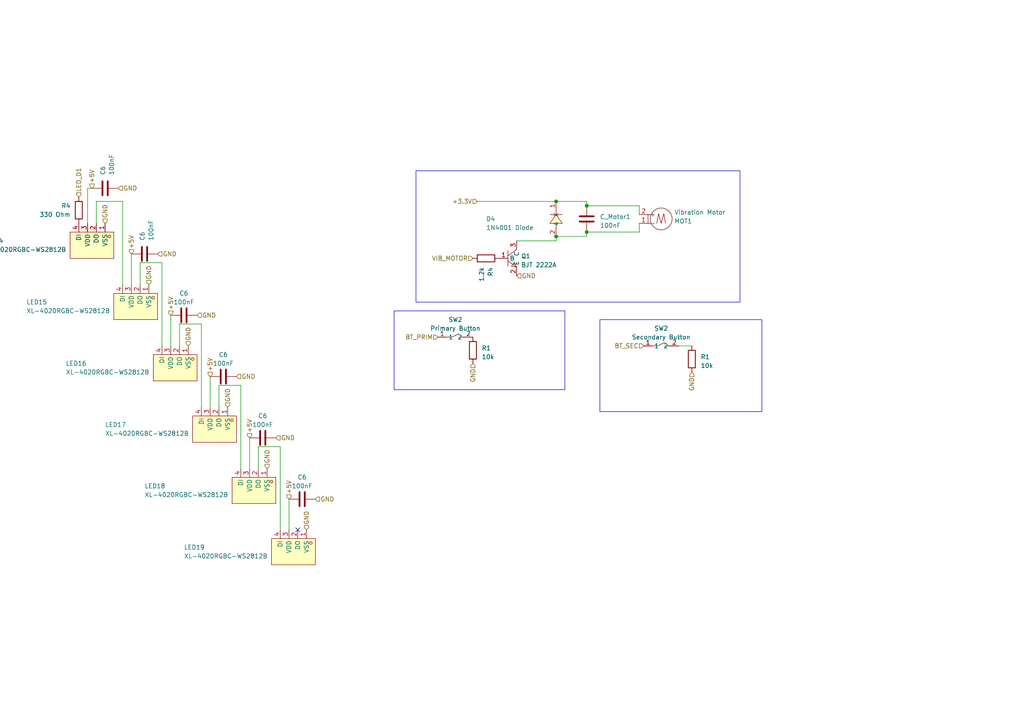
<source format=kicad_sch>
(kicad_sch (version 20230121) (generator eeschema)

  (uuid 9d715717-b1e9-48f3-b930-da8c0206bbc8)

  (paper "A4")

  (lib_symbols
    (symbol "Device:C" (pin_numbers hide) (pin_names (offset 0.254)) (in_bom yes) (on_board yes)
      (property "Reference" "C" (at 0.635 2.54 0)
        (effects (font (size 1.27 1.27)) (justify left))
      )
      (property "Value" "C" (at 0.635 -2.54 0)
        (effects (font (size 1.27 1.27)) (justify left))
      )
      (property "Footprint" "" (at 0.9652 -3.81 0)
        (effects (font (size 1.27 1.27)) hide)
      )
      (property "Datasheet" "~" (at 0 0 0)
        (effects (font (size 1.27 1.27)) hide)
      )
      (property "ki_keywords" "cap capacitor" (at 0 0 0)
        (effects (font (size 1.27 1.27)) hide)
      )
      (property "ki_description" "Unpolarized capacitor" (at 0 0 0)
        (effects (font (size 1.27 1.27)) hide)
      )
      (property "ki_fp_filters" "C_*" (at 0 0 0)
        (effects (font (size 1.27 1.27)) hide)
      )
      (symbol "C_0_1"
        (polyline
          (pts
            (xy -2.032 -0.762)
            (xy 2.032 -0.762)
          )
          (stroke (width 0.508) (type default))
          (fill (type none))
        )
        (polyline
          (pts
            (xy -2.032 0.762)
            (xy 2.032 0.762)
          )
          (stroke (width 0.508) (type default))
          (fill (type none))
        )
      )
      (symbol "C_1_1"
        (pin passive line (at 0 3.81 270) (length 2.794)
          (name "~" (effects (font (size 1.27 1.27))))
          (number "1" (effects (font (size 1.27 1.27))))
        )
        (pin passive line (at 0 -3.81 90) (length 2.794)
          (name "~" (effects (font (size 1.27 1.27))))
          (number "2" (effects (font (size 1.27 1.27))))
        )
      )
    )
    (symbol "Device:R" (pin_numbers hide) (pin_names (offset 0)) (in_bom yes) (on_board yes)
      (property "Reference" "R" (at 2.032 0 90)
        (effects (font (size 1.27 1.27)))
      )
      (property "Value" "R" (at 0 0 90)
        (effects (font (size 1.27 1.27)))
      )
      (property "Footprint" "" (at -1.778 0 90)
        (effects (font (size 1.27 1.27)) hide)
      )
      (property "Datasheet" "~" (at 0 0 0)
        (effects (font (size 1.27 1.27)) hide)
      )
      (property "ki_keywords" "R res resistor" (at 0 0 0)
        (effects (font (size 1.27 1.27)) hide)
      )
      (property "ki_description" "Resistor" (at 0 0 0)
        (effects (font (size 1.27 1.27)) hide)
      )
      (property "ki_fp_filters" "R_*" (at 0 0 0)
        (effects (font (size 1.27 1.27)) hide)
      )
      (symbol "R_0_1"
        (rectangle (start -1.016 -2.54) (end 1.016 2.54)
          (stroke (width 0.254) (type default))
          (fill (type none))
        )
      )
      (symbol "R_1_1"
        (pin passive line (at 0 3.81 270) (length 1.27)
          (name "~" (effects (font (size 1.27 1.27))))
          (number "1" (effects (font (size 1.27 1.27))))
        )
        (pin passive line (at 0 -3.81 90) (length 1.27)
          (name "~" (effects (font (size 1.27 1.27))))
          (number "2" (effects (font (size 1.27 1.27))))
        )
      )
    )
    (symbol "global:1N4001_C2909965" (in_bom yes) (on_board yes)
      (property "Reference" "D" (at 0 5.08 0)
        (effects (font (size 1.27 1.27)))
      )
      (property "Value" "1N4001_C2909965" (at 0 -5.08 0)
        (effects (font (size 1.27 1.27)))
      )
      (property "Footprint" "global:SMA_L4.2-W2.6-LS5.0-RD" (at 0 -7.62 0)
        (effects (font (size 1.27 1.27)) hide)
      )
      (property "Datasheet" "" (at 0 0 0)
        (effects (font (size 1.27 1.27)) hide)
      )
      (property "LCSC Part" "C2909965" (at 0 -10.16 0)
        (effects (font (size 1.27 1.27)) hide)
      )
      (symbol "1N4001_C2909965_0_1"
        (polyline
          (pts
            (xy -1.27 0)
            (xy -2.54 0)
          )
          (stroke (width 0) (type default))
          (fill (type none))
        )
        (polyline
          (pts
            (xy -1.27 1.78)
            (xy -1.27 -1.78)
          )
          (stroke (width 0) (type default))
          (fill (type none))
        )
        (polyline
          (pts
            (xy 2.54 0)
            (xy 1.27 0)
          )
          (stroke (width 0) (type default))
          (fill (type none))
        )
        (polyline
          (pts
            (xy 1.27 1.78)
            (xy -1.27 0)
            (xy 1.27 -1.78)
            (xy 1.27 1.78)
          )
          (stroke (width 0) (type default))
          (fill (type background))
        )
        (pin unspecified line (at -5.08 0 0) (length 2.54)
          (name "K" (effects (font (size 1.27 1.27))))
          (number "1" (effects (font (size 1.27 1.27))))
        )
        (pin unspecified line (at 5.08 0 180) (length 2.54)
          (name "A" (effects (font (size 1.27 1.27))))
          (number "2" (effects (font (size 1.27 1.27))))
        )
      )
    )
    (symbol "global:LCM1027A2445F" (in_bom yes) (on_board yes)
      (property "Reference" "MOT" (at 0 6.35 0)
        (effects (font (size 1.27 1.27)))
      )
      (property "Value" "LCM1027A2445F" (at 0 -6.35 0)
        (effects (font (size 1.27 1.27)))
      )
      (property "Footprint" "global:VIBRATING-MOTOR-SMD_WELDING" (at 0 -8.89 0)
        (effects (font (size 1.27 1.27)) hide)
      )
      (property "Datasheet" "" (at 0 0 0)
        (effects (font (size 1.27 1.27)) hide)
      )
      (property "LCSC Part" "C2759984" (at 0 -11.43 0)
        (effects (font (size 1.27 1.27)) hide)
      )
      (symbol "LCM1027A2445F_0_1"
        (polyline
          (pts
            (xy 3.81 1.27)
            (xy 3.05 1.27)
          )
          (stroke (width 0) (type default))
          (fill (type none))
        )
        (polyline
          (pts
            (xy 3.81 1.27)
            (xy 3.81 -1.27)
            (xy 3.05 -1.27)
          )
          (stroke (width 0) (type default))
          (fill (type none))
        )
        (polyline
          (pts
            (xy -1.27 -1.27)
            (xy -0.76 1.52)
            (xy 0 -1.27)
            (xy 0.76 1.52)
            (xy 1.27 -1.27)
          )
          (stroke (width 0) (type default))
          (fill (type none))
        )
        (circle (center 0 0) (radius 3.17)
          (stroke (width 0) (type default))
          (fill (type none))
        )
        (pin unspecified line (at 6.35 -1.27 180) (length 2.54)
          (name "-" (effects (font (size 1.27 1.27))))
          (number "1" (effects (font (size 1.27 1.27))))
        )
        (pin unspecified line (at 6.35 1.27 180) (length 2.54)
          (name "+" (effects (font (size 1.27 1.27))))
          (number "2" (effects (font (size 1.27 1.27))))
        )
      )
    )
    (symbol "global:MMBT2222A_C916372" (in_bom yes) (on_board yes)
      (property "Reference" "Q" (at 0 10.16 0)
        (effects (font (size 1.27 1.27)))
      )
      (property "Value" "MMBT2222A_C916372" (at 0 -10.16 0)
        (effects (font (size 1.27 1.27)))
      )
      (property "Footprint" "global:SOT-23-3_L2.9-W1.3-P1.90-LS2.4-BR" (at 0 -12.7 0)
        (effects (font (size 1.27 1.27)) hide)
      )
      (property "Datasheet" "https://lcsc.com/product-detail/Transistors-NPN-PNP_JSMSEMI-MMBT2222A_C916372.html" (at 0 -15.24 0)
        (effects (font (size 1.27 1.27)) hide)
      )
      (property "LCSC Part" "C916372" (at 0 -17.78 0)
        (effects (font (size 1.27 1.27)) hide)
      )
      (symbol "MMBT2222A_C916372_0_1"
        (polyline
          (pts
            (xy -2.54 -0.76)
            (xy 0 -2.54)
          )
          (stroke (width 0) (type default))
          (fill (type none))
        )
        (polyline
          (pts
            (xy -2.54 2.29)
            (xy -2.54 -2.29)
          )
          (stroke (width 0) (type default))
          (fill (type none))
        )
        (polyline
          (pts
            (xy 0 2.54)
            (xy -2.54 0.76)
          )
          (stroke (width 0) (type default))
          (fill (type none))
        )
        (polyline
          (pts
            (xy 0 -2.54)
            (xy -0.76 -1.27)
            (xy -1.52 -2.29)
            (xy 0 -2.54)
          )
          (stroke (width 0) (type default))
          (fill (type background))
        )
        (pin unspecified line (at -5.08 0 0) (length 2.54)
          (name "B" (effects (font (size 1.27 1.27))))
          (number "1" (effects (font (size 1.27 1.27))))
        )
        (pin unspecified line (at 0 -5.08 90) (length 2.54)
          (name "E" (effects (font (size 1.27 1.27))))
          (number "2" (effects (font (size 1.27 1.27))))
        )
        (pin unspecified line (at 0 5.08 270) (length 2.54)
          (name "C" (effects (font (size 1.27 1.27))))
          (number "3" (effects (font (size 1.27 1.27))))
        )
      )
    )
    (symbol "global:TSB013A5026B" (in_bom yes) (on_board yes)
      (property "Reference" "SW" (at 0 5.08 0)
        (effects (font (size 1.27 1.27)))
      )
      (property "Value" "TSB013A5026B" (at 0 -5.08 0)
        (effects (font (size 1.27 1.27)))
      )
      (property "Footprint" "global:KEY-SMD_L6.0-W3.5-LS8.0" (at 0 -7.62 0)
        (effects (font (size 1.27 1.27)) hide)
      )
      (property "Datasheet" "" (at 0 0 0)
        (effects (font (size 1.27 1.27)) hide)
      )
      (property "LCSC Part" "C2888463" (at 0 -10.16 0)
        (effects (font (size 1.27 1.27)) hide)
      )
      (symbol "TSB013A5026B_0_1"
        (polyline
          (pts
            (xy 2.03 0)
            (xy 2.54 0)
          )
          (stroke (width 0) (type default))
          (fill (type none))
        )
        (polyline
          (pts
            (xy 2.54 0)
            (xy 1.02 0)
          )
          (stroke (width 0) (type default))
          (fill (type none))
        )
        (polyline
          (pts
            (xy -2.54 0)
            (xy -1.02 0)
            (xy 1.02 1.02)
          )
          (stroke (width 0) (type default))
          (fill (type none))
        )
        (pin unspecified line (at -5.08 0 0) (length 2.54)
          (name "1" (effects (font (size 1.27 1.27))))
          (number "1" (effects (font (size 1.27 1.27))))
        )
        (pin unspecified line (at 5.08 0 180) (length 2.54)
          (name "2" (effects (font (size 1.27 1.27))))
          (number "2" (effects (font (size 1.27 1.27))))
        )
      )
    )
    (symbol "global:XL-4020RGBC-WS2812B" (in_bom yes) (on_board yes)
      (property "Reference" "LED" (at 0 8.89 0)
        (effects (font (size 1.27 1.27)))
      )
      (property "Value" "XL-4020RGBC-WS2812B" (at 0 -8.89 0)
        (effects (font (size 1.27 1.27)))
      )
      (property "Footprint" "global:LED-SMD_4P-L4.0-W1.7_XL-4020RGBC-WS2812B" (at 0 -11.43 0)
        (effects (font (size 1.27 1.27)) hide)
      )
      (property "Datasheet" "" (at 0 0 0)
        (effects (font (size 1.27 1.27)) hide)
      )
      (property "LCSC Part" "C3647024" (at 0 -13.97 0)
        (effects (font (size 1.27 1.27)) hide)
      )
      (symbol "XL-4020RGBC-WS2812B_0_1"
        (rectangle (start -3.81 6.35) (end 3.81 -6.35)
          (stroke (width 0) (type default))
          (fill (type background))
        )
        (circle (center -2.54 5.08) (radius 0.38)
          (stroke (width 0) (type default))
          (fill (type none))
        )
        (pin unspecified line (at -6.35 3.81 0) (length 2.54)
          (name "VSS" (effects (font (size 1.27 1.27))))
          (number "1" (effects (font (size 1.27 1.27))))
        )
        (pin unspecified line (at -6.35 1.27 0) (length 2.54)
          (name "DO" (effects (font (size 1.27 1.27))))
          (number "2" (effects (font (size 1.27 1.27))))
        )
        (pin unspecified line (at -6.35 -1.27 0) (length 2.54)
          (name "VDD" (effects (font (size 1.27 1.27))))
          (number "3" (effects (font (size 1.27 1.27))))
        )
        (pin unspecified line (at -6.35 -3.81 0) (length 2.54)
          (name "DI" (effects (font (size 1.27 1.27))))
          (number "4" (effects (font (size 1.27 1.27))))
        )
      )
    )
  )

  (junction (at 170.18 59.69) (diameter 0) (color 0 0 0 0)
    (uuid 10c6fec0-73c1-4cf9-8a85-8f0b2c0cf1b8)
  )
  (junction (at 161.29 68.58) (diameter 0) (color 0 0 0 0)
    (uuid 111dcd03-f1c6-443d-b396-12710eb33c36)
  )
  (junction (at 170.18 67.31) (diameter 0) (color 0 0 0 0)
    (uuid 925fae47-69ff-4090-bb73-3ae920e029b2)
  )
  (junction (at 161.29 58.42) (diameter 0) (color 0 0 0 0)
    (uuid a0c21d6e-2d6c-42b3-886e-45ab0ec38fce)
  )

  (no_connect (at 86.36 153.67) (uuid 79c1246d-aa3f-4579-833e-593b5170fb69))

  (wire (pts (xy 27.94 64.77) (xy 27.94 58.42))
    (stroke (width 0) (type default))
    (uuid 0bde1448-3c2b-41c7-a62e-4d75c516e317)
  )
  (wire (pts (xy 40.64 76.2) (xy 46.99 76.2))
    (stroke (width 0) (type default))
    (uuid 0dbbca71-5957-4eeb-9063-f49ed125d8b0)
  )
  (wire (pts (xy 40.64 82.55) (xy 40.64 76.2))
    (stroke (width 0) (type default))
    (uuid 0e425b91-808b-4c48-b5eb-fccacf5b76b1)
  )
  (wire (pts (xy 138.43 58.42) (xy 161.29 58.42))
    (stroke (width 0) (type default))
    (uuid 1d12b1f8-68a1-4506-ac23-182f9ccc9a6b)
  )
  (wire (pts (xy 52.07 93.98) (xy 58.42 93.98))
    (stroke (width 0) (type default))
    (uuid 27b638e9-9e52-4e96-adbd-8cef366b7d54)
  )
  (wire (pts (xy 185.42 59.69) (xy 185.42 62.23))
    (stroke (width 0) (type default))
    (uuid 2b66abb4-263d-4468-a6de-09e1f45e810a)
  )
  (wire (pts (xy 46.99 76.2) (xy 46.99 100.33))
    (stroke (width 0) (type default))
    (uuid 2cc4166c-8c13-4d3f-a1ab-a164b25e89ba)
  )
  (wire (pts (xy 170.18 67.31) (xy 185.42 67.31))
    (stroke (width 0) (type default))
    (uuid 406e218b-e765-4007-80c7-24aab62ef183)
  )
  (wire (pts (xy 27.94 58.42) (xy 35.56 58.42))
    (stroke (width 0) (type default))
    (uuid 54297d5b-1a31-4e8b-8c39-e457d05ac1fc)
  )
  (wire (pts (xy 52.07 100.33) (xy 52.07 93.98))
    (stroke (width 0) (type default))
    (uuid 5566e413-fbb3-4fad-8b06-857c2a7c27f6)
  )
  (wire (pts (xy 83.82 144.78) (xy 83.82 153.67))
    (stroke (width 0) (type default))
    (uuid 571e2637-ff91-4210-ab6d-54c948bb2971)
  )
  (wire (pts (xy 81.28 129.54) (xy 81.28 153.67))
    (stroke (width 0) (type default))
    (uuid 63773169-3818-47c4-97ed-997357093f1f)
  )
  (wire (pts (xy 58.42 93.98) (xy 58.42 118.11))
    (stroke (width 0) (type default))
    (uuid 662a7616-2db5-42fb-880a-59d391c38d40)
  )
  (wire (pts (xy 170.18 67.31) (xy 170.18 68.58))
    (stroke (width 0) (type default))
    (uuid 69de3295-1e8b-4ea9-a793-f53111f39ca7)
  )
  (wire (pts (xy 25.4 54.61) (xy 26.67 54.61))
    (stroke (width 0) (type default))
    (uuid 713a062e-cf12-4482-b291-1a2a08a46cc2)
  )
  (wire (pts (xy 170.18 59.69) (xy 185.42 59.69))
    (stroke (width 0) (type default))
    (uuid 87677bd4-427a-41c1-9e78-994865ff3260)
  )
  (wire (pts (xy 170.18 58.42) (xy 170.18 59.69))
    (stroke (width 0) (type default))
    (uuid 87a10a93-7e2b-4920-bfd3-3a1e35b1bc1e)
  )
  (wire (pts (xy 69.85 111.76) (xy 69.85 135.89))
    (stroke (width 0) (type default))
    (uuid 8d2a4055-02b6-4780-9007-fb41e7bccda6)
  )
  (wire (pts (xy 161.29 68.58) (xy 170.18 68.58))
    (stroke (width 0) (type default))
    (uuid 9784f044-77d1-4cf0-98f7-acf489c8e1e9)
  )
  (wire (pts (xy 25.4 64.77) (xy 25.4 54.61))
    (stroke (width 0) (type default))
    (uuid 9a57a96a-1bac-4c51-9046-f2b89cc91fd4)
  )
  (wire (pts (xy 200.66 100.33) (xy 196.85 100.33))
    (stroke (width 0) (type default))
    (uuid a282d99c-8861-45a1-884e-6ddb0ed34c7d)
  )
  (wire (pts (xy 72.39 127) (xy 72.39 135.89))
    (stroke (width 0) (type default))
    (uuid ab780751-f4f8-4e2f-9bf6-5f96e1a023ff)
  )
  (wire (pts (xy 60.96 109.22) (xy 60.96 118.11))
    (stroke (width 0) (type default))
    (uuid bd44c972-52d5-4383-9eb0-1d13cb777b78)
  )
  (wire (pts (xy 161.29 58.42) (xy 170.18 58.42))
    (stroke (width 0) (type default))
    (uuid bfa2fa34-cb74-4f36-8df0-dc995b26b160)
  )
  (wire (pts (xy 38.1 73.66) (xy 38.1 82.55))
    (stroke (width 0) (type default))
    (uuid c609a144-7f6d-4f90-82e4-428b6867bc67)
  )
  (wire (pts (xy 74.93 135.89) (xy 74.93 129.54))
    (stroke (width 0) (type default))
    (uuid d16ba895-4dfa-4256-ba27-e64842d8aff9)
  )
  (wire (pts (xy 49.53 91.44) (xy 49.53 100.33))
    (stroke (width 0) (type default))
    (uuid d88d6928-5b23-4c00-887c-e763326e8286)
  )
  (wire (pts (xy 185.42 64.77) (xy 185.42 67.31))
    (stroke (width 0) (type default))
    (uuid e0336178-9332-46ae-a4b0-6bafffd510d3)
  )
  (wire (pts (xy 63.5 111.76) (xy 69.85 111.76))
    (stroke (width 0) (type default))
    (uuid e2a1b8b6-669d-44b7-a780-cff749d9a5db)
  )
  (wire (pts (xy 74.93 129.54) (xy 81.28 129.54))
    (stroke (width 0) (type default))
    (uuid f097c95e-c3df-46fa-b909-a122610b948b)
  )
  (wire (pts (xy 35.56 58.42) (xy 35.56 82.55))
    (stroke (width 0) (type default))
    (uuid f44a353e-9571-448a-a8a1-e251769a9a8b)
  )
  (wire (pts (xy 63.5 118.11) (xy 63.5 111.76))
    (stroke (width 0) (type default))
    (uuid f47761fa-5f34-4d5f-877f-1647b4022513)
  )
  (wire (pts (xy 149.86 69.85) (xy 161.29 69.85))
    (stroke (width 0) (type default))
    (uuid f76238a8-0e72-4930-8f6f-a39286e5d86a)
  )
  (wire (pts (xy 161.29 69.85) (xy 161.29 68.58))
    (stroke (width 0) (type default))
    (uuid f987f644-467f-467a-919b-72c23fbe14a3)
  )

  (rectangle (start 114.3 90.17) (end 163.83 113.03)
    (stroke (width 0) (type default))
    (fill (type none))
    (uuid 50eb8507-cac8-4f20-8dc1-9837452a429e)
  )
  (rectangle (start 173.99 92.71) (end 220.98 119.38)
    (stroke (width 0) (type default))
    (fill (type none))
    (uuid 5b2f6070-c775-44da-9f8b-277d84adc503)
  )
  (rectangle (start 120.65 49.53) (end 214.63 87.63)
    (stroke (width 0) (type default))
    (fill (type none))
    (uuid f4a246f1-97d2-4863-b8af-2ecc5e755657)
  )

  (hierarchical_label "GND" (shape input) (at 77.47 135.89 90) (fields_autoplaced)
    (effects (font (size 1.27 1.27)) (justify left))
    (uuid 1354438a-92aa-4624-9da0-47e7ba74cbc2)
  )
  (hierarchical_label "+5V" (shape input) (at 38.1 73.66 90) (fields_autoplaced)
    (effects (font (size 1.27 1.27)) (justify left))
    (uuid 1685f10c-7e06-4a82-97af-24a4beed7a0d)
    (property "Intersheetrefs" "${INTERSHEET_REFS}" (at 38.1 67.6462 90)
      (effects (font (size 1.27 1.27)) (justify left) hide)
    )
  )
  (hierarchical_label "GND" (shape input) (at 68.58 109.22 0) (fields_autoplaced)
    (effects (font (size 1.27 1.27)) (justify left))
    (uuid 2773662f-5af9-47f1-9498-822011fc76d9)
  )
  (hierarchical_label "VIB_MOTOR" (shape input) (at 137.16 74.93 180) (fields_autoplaced)
    (effects (font (size 1.27 1.27)) (justify right))
    (uuid 287660b6-604b-4f88-bcc5-ccaabb911fab)
    (property "Intersheetrefs" "${INTERSHEET_REFS}" (at 123.9732 74.93 0)
      (effects (font (size 1.27 1.27)) (justify right) hide)
    )
  )
  (hierarchical_label "+5V" (shape input) (at 60.96 109.22 90) (fields_autoplaced)
    (effects (font (size 1.27 1.27)) (justify left))
    (uuid 304518ba-fb4a-495d-b178-40e5526f5710)
    (property "Intersheetrefs" "${INTERSHEET_REFS}" (at 60.96 103.2062 90)
      (effects (font (size 1.27 1.27)) (justify left) hide)
    )
  )
  (hierarchical_label "GND" (shape input) (at 91.44 144.78 0) (fields_autoplaced)
    (effects (font (size 1.27 1.27)) (justify left))
    (uuid 3bbee91f-f0ac-458f-8f8d-21355baa8daa)
  )
  (hierarchical_label "BT_SEC" (shape input) (at 186.69 100.33 180) (fields_autoplaced)
    (effects (font (size 1.27 1.27)) (justify right))
    (uuid 46b16d0e-7fdf-4fa4-9a54-34ea7af31ae9)
    (property "Intersheetrefs" "${INTERSHEET_REFS}" (at 176.9505 100.33 0)
      (effects (font (size 1.27 1.27)) (justify right) hide)
    )
  )
  (hierarchical_label "GND" (shape input) (at 200.66 107.95 270) (fields_autoplaced)
    (effects (font (size 1.27 1.27)) (justify right))
    (uuid 52db02c2-0ace-40b1-b2f2-4d89765aedf7)
  )
  (hierarchical_label "GND" (shape input) (at 137.16 105.41 270) (fields_autoplaced)
    (effects (font (size 1.27 1.27)) (justify right))
    (uuid 610e7833-af27-4d55-8540-d1d38db6fa2f)
  )
  (hierarchical_label "GND" (shape input) (at 45.72 73.66 0) (fields_autoplaced)
    (effects (font (size 1.27 1.27)) (justify left))
    (uuid 61d133d3-aa2a-4d49-aae9-4acd8b5b653f)
  )
  (hierarchical_label "GND" (shape input) (at 88.9 153.67 90) (fields_autoplaced)
    (effects (font (size 1.27 1.27)) (justify left))
    (uuid 6290ced2-a87e-49b8-93bc-b56163ee81ea)
  )
  (hierarchical_label "GND" (shape input) (at 30.48 64.77 90) (fields_autoplaced)
    (effects (font (size 1.27 1.27)) (justify left))
    (uuid 77a913b0-50fc-4e43-99e0-6208522fa87f)
  )
  (hierarchical_label "GND" (shape input) (at 57.15 91.44 0) (fields_autoplaced)
    (effects (font (size 1.27 1.27)) (justify left))
    (uuid 7e178740-6346-4321-abf2-fd93b40f72ac)
  )
  (hierarchical_label "GND" (shape input) (at 34.29 54.61 0) (fields_autoplaced)
    (effects (font (size 1.27 1.27)) (justify left))
    (uuid 86d2d4f2-6c3a-49aa-8e17-16655a1e3f59)
  )
  (hierarchical_label "GND" (shape input) (at 149.86 80.01 0) (fields_autoplaced)
    (effects (font (size 1.27 1.27)) (justify left))
    (uuid 8db223a6-ce07-4982-a186-67a4f53764fd)
  )
  (hierarchical_label "GND" (shape input) (at 43.18 82.55 90) (fields_autoplaced)
    (effects (font (size 1.27 1.27)) (justify left))
    (uuid 94f27a74-dfa4-4e2f-bc1d-4471efdf9de6)
  )
  (hierarchical_label "GND" (shape input) (at 80.01 127 0) (fields_autoplaced)
    (effects (font (size 1.27 1.27)) (justify left))
    (uuid a9930660-8ab9-43fa-beda-5cbedbe0b391)
  )
  (hierarchical_label "GND" (shape input) (at 66.04 118.11 90) (fields_autoplaced)
    (effects (font (size 1.27 1.27)) (justify left))
    (uuid c6883918-1663-40da-bae7-4119e80711a2)
  )
  (hierarchical_label "BT_PRIM" (shape input) (at 127 97.79 180) (fields_autoplaced)
    (effects (font (size 1.27 1.27)) (justify right))
    (uuid cac2b1db-c466-4268-a638-6de5eca3988e)
    (property "Intersheetrefs" "${INTERSHEET_REFS}" (at 116.2928 97.79 0)
      (effects (font (size 1.27 1.27)) (justify right) hide)
    )
  )
  (hierarchical_label "LED_D1" (shape input) (at 22.86 57.15 90) (fields_autoplaced)
    (effects (font (size 1.27 1.27)) (justify left))
    (uuid d62ce182-0051-49d4-b274-c88b7b81c6ec)
    (property "Intersheetrefs" "${INTERSHEET_REFS}" (at 22.86 48.1125 90)
      (effects (font (size 1.27 1.27)) (justify left) hide)
    )
  )
  (hierarchical_label "+5V" (shape input) (at 49.53 91.44 90) (fields_autoplaced)
    (effects (font (size 1.27 1.27)) (justify left))
    (uuid d6fab699-90e5-4203-9365-9a01941ee655)
    (property "Intersheetrefs" "${INTERSHEET_REFS}" (at 49.53 85.4262 90)
      (effects (font (size 1.27 1.27)) (justify left) hide)
    )
  )
  (hierarchical_label "+5V" (shape input) (at 72.39 127 90) (fields_autoplaced)
    (effects (font (size 1.27 1.27)) (justify left))
    (uuid e9cf05cc-2514-437c-97fe-30bf6f7146f1)
    (property "Intersheetrefs" "${INTERSHEET_REFS}" (at 72.39 120.9862 90)
      (effects (font (size 1.27 1.27)) (justify left) hide)
    )
  )
  (hierarchical_label "GND" (shape input) (at 54.61 100.33 90) (fields_autoplaced)
    (effects (font (size 1.27 1.27)) (justify left))
    (uuid ec3aea3b-5971-4f9e-9013-605bc92d8f9a)
  )
  (hierarchical_label "+5V" (shape input) (at 83.82 144.78 90) (fields_autoplaced)
    (effects (font (size 1.27 1.27)) (justify left))
    (uuid ef6a5209-7d19-4222-9019-cb2cc6557236)
    (property "Intersheetrefs" "${INTERSHEET_REFS}" (at 83.82 138.7662 90)
      (effects (font (size 1.27 1.27)) (justify left) hide)
    )
  )
  (hierarchical_label "+3.3V" (shape input) (at 138.43 58.42 180) (fields_autoplaced)
    (effects (font (size 1.27 1.27)) (justify right))
    (uuid f549569d-bf23-46cc-b660-5c1563718df7)
  )
  (hierarchical_label "+5V" (shape input) (at 26.67 54.61 90) (fields_autoplaced)
    (effects (font (size 1.27 1.27)) (justify left))
    (uuid f98c8f59-0373-47a5-a740-00128b2be7bb)
    (property "Intersheetrefs" "${INTERSHEET_REFS}" (at 26.67 48.5962 90)
      (effects (font (size 1.27 1.27)) (justify left) hide)
    )
  )

  (symbol (lib_id "global:XL-4020RGBC-WS2812B") (at 62.23 124.46 270) (unit 1)
    (in_bom yes) (on_board yes) (dnp no)
    (uuid 0c38553c-7479-4a57-b6da-7c0159a725f5)
    (property "Reference" "LED17" (at 30.48 123.19 90)
      (effects (font (size 1.27 1.27)) (justify left))
    )
    (property "Value" "XL-4020RGBC-WS2812B" (at 30.48 125.73 90)
      (effects (font (size 1.27 1.27)) (justify left))
    )
    (property "Footprint" "global:LED-SMD_4P-L4.0-W1.7_XL-4020RGBC-WS2812B" (at 50.8 124.46 0)
      (effects (font (size 1.27 1.27)) hide)
    )
    (property "Datasheet" "" (at 62.23 124.46 0)
      (effects (font (size 1.27 1.27)) hide)
    )
    (property "LCSC Part" "C3647024" (at 48.26 124.46 0)
      (effects (font (size 1.27 1.27)) hide)
    )
    (pin "1" (uuid 620d3d86-e16e-4680-9909-985ed73d2f78))
    (pin "2" (uuid 0670134b-dcfa-4aab-8d16-4bc3c4231f31))
    (pin "3" (uuid 9c121154-81c1-46b5-b90f-75f7c47a35d9))
    (pin "4" (uuid 02321e42-79f0-439d-b435-78a4651079bb))
    (instances
      (project "PDN"
        (path "/df0bc267-025e-4c4e-a09b-51ff87d0c1db/176b62b0-12ec-4a4a-9309-4e23e06b21ff"
          (reference "LED17") (unit 1)
        )
      )
    )
  )

  (symbol (lib_id "global:1N4001_C2909965") (at 161.29 63.5 270) (unit 1)
    (in_bom yes) (on_board yes) (dnp no)
    (uuid 15398af2-89b7-4031-9090-e03dae7f03a0)
    (property "Reference" "D4" (at 140.97 63.5 90)
      (effects (font (size 1.27 1.27)) (justify left))
    )
    (property "Value" "1N4001 Diode" (at 140.97 66.04 90)
      (effects (font (size 1.27 1.27)) (justify left))
    )
    (property "Footprint" "global:SMA_L4.2-W2.6-LS5.0-RD" (at 153.67 63.5 0)
      (effects (font (size 1.27 1.27)) hide)
    )
    (property "Datasheet" "" (at 161.29 63.5 0)
      (effects (font (size 1.27 1.27)) hide)
    )
    (property "LCSC Part" "C2909965" (at 151.13 63.5 0)
      (effects (font (size 1.27 1.27)) hide)
    )
    (pin "1" (uuid fef9c54b-b5b1-495e-ba82-f1741df6a0fb))
    (pin "2" (uuid ca43231e-1c2c-4a96-9f3e-995540529b15))
    (instances
      (project "PDN"
        (path "/df0bc267-025e-4c4e-a09b-51ff87d0c1db"
          (reference "D4") (unit 1)
        )
        (path "/df0bc267-025e-4c4e-a09b-51ff87d0c1db/176b62b0-12ec-4a4a-9309-4e23e06b21ff"
          (reference "D5") (unit 1)
        )
      )
    )
  )

  (symbol (lib_id "Device:C") (at 76.2 127 90) (unit 1)
    (in_bom yes) (on_board yes) (dnp no) (fields_autoplaced)
    (uuid 17bb6adf-3c15-4f7d-a820-8e74e229c00f)
    (property "Reference" "C6" (at 76.2 120.65 90)
      (effects (font (size 1.27 1.27)))
    )
    (property "Value" "100nF" (at 76.2 123.19 90)
      (effects (font (size 1.27 1.27)))
    )
    (property "Footprint" "global:C0402" (at 80.01 126.0348 0)
      (effects (font (size 1.27 1.27)) hide)
    )
    (property "Datasheet" "~" (at 76.2 127 0)
      (effects (font (size 1.27 1.27)) hide)
    )
    (property "LCSC Part" "C387958" (at 76.2 127 0)
      (effects (font (size 1.27 1.27)) hide)
    )
    (pin "1" (uuid ea48e486-7ce0-4ca7-b5c8-79d7039c3ab1))
    (pin "2" (uuid eed4b8b8-ec79-469c-a743-396aa983807b))
    (instances
      (project "hex_lights"
        (path "/99dd32be-e52f-4355-ae8e-2bf6a0d7d0ad"
          (reference "C6") (unit 1)
        )
      )
      (project "PDN"
        (path "/df0bc267-025e-4c4e-a09b-51ff87d0c1db"
          (reference "C_LED4") (unit 1)
        )
        (path "/df0bc267-025e-4c4e-a09b-51ff87d0c1db/176b62b0-12ec-4a4a-9309-4e23e06b21ff"
          (reference "CL18") (unit 1)
        )
      )
      (project "PDN"
        (path "/ef110d8b-8fcf-4e68-8407-a270a2f7664a"
          (reference "C5") (unit 1)
        )
      )
    )
  )

  (symbol (lib_id "global:XL-4020RGBC-WS2812B") (at 50.8 106.68 270) (unit 1)
    (in_bom yes) (on_board yes) (dnp no)
    (uuid 1d47f125-fec7-4880-a756-ab8f97c8a143)
    (property "Reference" "LED16" (at 19.05 105.41 90)
      (effects (font (size 1.27 1.27)) (justify left))
    )
    (property "Value" "XL-4020RGBC-WS2812B" (at 19.05 107.95 90)
      (effects (font (size 1.27 1.27)) (justify left))
    )
    (property "Footprint" "global:LED-SMD_4P-L4.0-W1.7_XL-4020RGBC-WS2812B" (at 39.37 106.68 0)
      (effects (font (size 1.27 1.27)) hide)
    )
    (property "Datasheet" "" (at 50.8 106.68 0)
      (effects (font (size 1.27 1.27)) hide)
    )
    (property "LCSC Part" "C3647024" (at 36.83 106.68 0)
      (effects (font (size 1.27 1.27)) hide)
    )
    (pin "1" (uuid 25c79022-6ac9-4dfb-9732-0061db5a6ccc))
    (pin "2" (uuid d8ec29b7-9d09-4946-a795-e94c45f8ff95))
    (pin "3" (uuid 7a939579-804a-45ff-9f97-bdad2c425835))
    (pin "4" (uuid 9ea43a3f-7d3e-422c-922a-9f71a3ee9363))
    (instances
      (project "PDN"
        (path "/df0bc267-025e-4c4e-a09b-51ff87d0c1db/176b62b0-12ec-4a4a-9309-4e23e06b21ff"
          (reference "LED16") (unit 1)
        )
      )
    )
  )

  (symbol (lib_id "global:XL-4020RGBC-WS2812B") (at 26.67 71.12 270) (unit 1)
    (in_bom yes) (on_board yes) (dnp no)
    (uuid 22f3d0d7-4b24-4dd7-afa0-97699d80c6eb)
    (property "Reference" "LED14" (at -5.08 69.85 90)
      (effects (font (size 1.27 1.27)) (justify left))
    )
    (property "Value" "XL-4020RGBC-WS2812B" (at -5.08 72.39 90)
      (effects (font (size 1.27 1.27)) (justify left))
    )
    (property "Footprint" "global:LED-SMD_4P-L4.0-W1.7_XL-4020RGBC-WS2812B" (at 15.24 71.12 0)
      (effects (font (size 1.27 1.27)) hide)
    )
    (property "Datasheet" "" (at 26.67 71.12 0)
      (effects (font (size 1.27 1.27)) hide)
    )
    (property "LCSC Part" "C3647024" (at 12.7 71.12 0)
      (effects (font (size 1.27 1.27)) hide)
    )
    (pin "1" (uuid 5aef9f34-7bc1-431a-9234-34fa014e4121))
    (pin "2" (uuid 3362c4cb-97d8-4b92-9cbb-3ff6b1f52fd8))
    (pin "3" (uuid 85e2a21d-c799-494e-b967-018ec97d0e6a))
    (pin "4" (uuid b6e00d42-9a6a-44fc-86e8-4f5ce88cb0b2))
    (instances
      (project "PDN"
        (path "/df0bc267-025e-4c4e-a09b-51ff87d0c1db/176b62b0-12ec-4a4a-9309-4e23e06b21ff"
          (reference "LED14") (unit 1)
        )
      )
    )
  )

  (symbol (lib_id "Device:C") (at 170.18 63.5 180) (unit 1)
    (in_bom yes) (on_board yes) (dnp no) (fields_autoplaced)
    (uuid 376bce86-ffc9-4fc0-8423-7bde2bdbc2e5)
    (property "Reference" "C_Motor1" (at 173.99 62.865 0)
      (effects (font (size 1.27 1.27)) (justify right))
    )
    (property "Value" "100nF" (at 173.99 65.405 0)
      (effects (font (size 1.27 1.27)) (justify right))
    )
    (property "Footprint" "global:C0402" (at 169.2148 59.69 0)
      (effects (font (size 1.27 1.27)) hide)
    )
    (property "Datasheet" "~" (at 170.18 63.5 0)
      (effects (font (size 1.27 1.27)) hide)
    )
    (property "LCSC Part" "C387958" (at 170.18 63.5 0)
      (effects (font (size 1.27 1.27)) hide)
    )
    (pin "1" (uuid 20918cc6-e2a5-4bab-bdeb-c51de7fc4fc8))
    (pin "2" (uuid 55aa4b45-7bf5-4aa4-8b78-d6d2ed489d00))
    (instances
      (project "PDN"
        (path "/df0bc267-025e-4c4e-a09b-51ff87d0c1db"
          (reference "C_Motor1") (unit 1)
        )
        (path "/df0bc267-025e-4c4e-a09b-51ff87d0c1db/176b62b0-12ec-4a4a-9309-4e23e06b21ff"
          (reference "C_Motor1") (unit 1)
        )
      )
    )
  )

  (symbol (lib_id "Device:C") (at 53.34 91.44 90) (unit 1)
    (in_bom yes) (on_board yes) (dnp no) (fields_autoplaced)
    (uuid 3860ad4f-9710-4bee-8638-428b15e5890d)
    (property "Reference" "C6" (at 53.34 85.09 90)
      (effects (font (size 1.27 1.27)))
    )
    (property "Value" "100nF" (at 53.34 87.63 90)
      (effects (font (size 1.27 1.27)))
    )
    (property "Footprint" "global:C0402" (at 57.15 90.4748 0)
      (effects (font (size 1.27 1.27)) hide)
    )
    (property "Datasheet" "~" (at 53.34 91.44 0)
      (effects (font (size 1.27 1.27)) hide)
    )
    (property "LCSC Part" "C387958" (at 53.34 91.44 0)
      (effects (font (size 1.27 1.27)) hide)
    )
    (pin "1" (uuid 60412bf8-5a2c-49e6-9ca7-37058039247a))
    (pin "2" (uuid 24e70091-044e-4710-9b45-5edba80c0406))
    (instances
      (project "hex_lights"
        (path "/99dd32be-e52f-4355-ae8e-2bf6a0d7d0ad"
          (reference "C6") (unit 1)
        )
      )
      (project "PDN"
        (path "/df0bc267-025e-4c4e-a09b-51ff87d0c1db"
          (reference "C_LED2") (unit 1)
        )
        (path "/df0bc267-025e-4c4e-a09b-51ff87d0c1db/176b62b0-12ec-4a4a-9309-4e23e06b21ff"
          (reference "CL16") (unit 1)
        )
      )
      (project "PDN"
        (path "/ef110d8b-8fcf-4e68-8407-a270a2f7664a"
          (reference "C5") (unit 1)
        )
      )
    )
  )

  (symbol (lib_id "Device:R") (at 140.97 74.93 270) (unit 1)
    (in_bom yes) (on_board yes) (dnp no)
    (uuid 45694a92-9f8f-40ea-b24c-33625f207e42)
    (property "Reference" "R4" (at 142.24 77.47 0)
      (effects (font (size 1.27 1.27)) (justify left))
    )
    (property "Value" "1.2k" (at 139.7 77.47 0)
      (effects (font (size 1.27 1.27)) (justify left))
    )
    (property "Footprint" "Resistor_SMD:R_0402_1005Metric" (at 140.97 73.152 90)
      (effects (font (size 1.27 1.27)) hide)
    )
    (property "Datasheet" "~" (at 140.97 74.93 0)
      (effects (font (size 1.27 1.27)) hide)
    )
    (property "LCSC Part" "C3017481" (at 140.97 74.93 0)
      (effects (font (size 1.27 1.27)) hide)
    )
    (pin "1" (uuid 0de39fc4-fbf1-4d78-8e71-ed28fa31943c))
    (pin "2" (uuid 0b28df2e-a90e-4e76-8827-85ee9bf3c59d))
    (instances
      (project "PDN"
        (path "/df0bc267-025e-4c4e-a09b-51ff87d0c1db"
          (reference "R4") (unit 1)
        )
        (path "/df0bc267-025e-4c4e-a09b-51ff87d0c1db/176b62b0-12ec-4a4a-9309-4e23e06b21ff"
          (reference "R14") (unit 1)
        )
      )
    )
  )

  (symbol (lib_id "Device:R") (at 137.16 101.6 180) (unit 1)
    (in_bom yes) (on_board yes) (dnp no) (fields_autoplaced)
    (uuid 50b3c15e-6dad-4757-9e28-cc9b80497910)
    (property "Reference" "R1" (at 139.7 100.965 0)
      (effects (font (size 1.27 1.27)) (justify right))
    )
    (property "Value" "10k" (at 139.7 103.505 0)
      (effects (font (size 1.27 1.27)) (justify right))
    )
    (property "Footprint" "Resistor_SMD:R_0603_1608Metric" (at 138.938 101.6 90)
      (effects (font (size 1.27 1.27)) hide)
    )
    (property "Datasheet" "~" (at 137.16 101.6 0)
      (effects (font (size 1.27 1.27)) hide)
    )
    (property "LCSC Part" "C103199" (at 137.16 101.6 0)
      (effects (font (size 1.27 1.27)) hide)
    )
    (pin "1" (uuid 4cee4d56-7c0e-4be9-b8ee-2c5826e503e3))
    (pin "2" (uuid a0539de9-ee94-4a84-aab2-81f7bee62489))
    (instances
      (project "hex_lights"
        (path "/99dd32be-e52f-4355-ae8e-2bf6a0d7d0ad"
          (reference "R1") (unit 1)
        )
      )
      (project "PDN"
        (path "/df0bc267-025e-4c4e-a09b-51ff87d0c1db"
          (reference "R_EN1") (unit 1)
        )
        (path "/df0bc267-025e-4c4e-a09b-51ff87d0c1db/5528999e-e72f-4e39-b507-18d3b44f3b41"
          (reference "R12") (unit 1)
        )
        (path "/df0bc267-025e-4c4e-a09b-51ff87d0c1db/176b62b0-12ec-4a4a-9309-4e23e06b21ff"
          (reference "R16") (unit 1)
        )
      )
      (project "PDN"
        (path "/ef110d8b-8fcf-4e68-8407-a270a2f7664a"
          (reference "R1") (unit 1)
        )
      )
    )
  )

  (symbol (lib_id "Device:C") (at 64.77 109.22 90) (unit 1)
    (in_bom yes) (on_board yes) (dnp no) (fields_autoplaced)
    (uuid 613e8385-cbcc-4577-b95d-f1c1d3394a69)
    (property "Reference" "C6" (at 64.77 102.87 90)
      (effects (font (size 1.27 1.27)))
    )
    (property "Value" "100nF" (at 64.77 105.41 90)
      (effects (font (size 1.27 1.27)))
    )
    (property "Footprint" "global:C0402" (at 68.58 108.2548 0)
      (effects (font (size 1.27 1.27)) hide)
    )
    (property "Datasheet" "~" (at 64.77 109.22 0)
      (effects (font (size 1.27 1.27)) hide)
    )
    (property "LCSC Part" "C387958" (at 64.77 109.22 0)
      (effects (font (size 1.27 1.27)) hide)
    )
    (pin "1" (uuid 6dfc4f65-8aa7-4a95-9f99-016192600cfb))
    (pin "2" (uuid 07f9a227-65ca-4734-87ae-d82051f4fbc2))
    (instances
      (project "hex_lights"
        (path "/99dd32be-e52f-4355-ae8e-2bf6a0d7d0ad"
          (reference "C6") (unit 1)
        )
      )
      (project "PDN"
        (path "/df0bc267-025e-4c4e-a09b-51ff87d0c1db"
          (reference "C_LED3") (unit 1)
        )
        (path "/df0bc267-025e-4c4e-a09b-51ff87d0c1db/176b62b0-12ec-4a4a-9309-4e23e06b21ff"
          (reference "CL17") (unit 1)
        )
      )
      (project "PDN"
        (path "/ef110d8b-8fcf-4e68-8407-a270a2f7664a"
          (reference "C5") (unit 1)
        )
      )
    )
  )

  (symbol (lib_id "Device:R") (at 200.66 104.14 0) (unit 1)
    (in_bom yes) (on_board yes) (dnp no) (fields_autoplaced)
    (uuid 64e349e1-dc2a-47e1-b89d-ac8b7bb766e2)
    (property "Reference" "R1" (at 203.2 103.505 0)
      (effects (font (size 1.27 1.27)) (justify left))
    )
    (property "Value" "10k" (at 203.2 106.045 0)
      (effects (font (size 1.27 1.27)) (justify left))
    )
    (property "Footprint" "Resistor_SMD:R_0603_1608Metric" (at 198.882 104.14 90)
      (effects (font (size 1.27 1.27)) hide)
    )
    (property "Datasheet" "~" (at 200.66 104.14 0)
      (effects (font (size 1.27 1.27)) hide)
    )
    (property "LCSC Part" "C103199" (at 200.66 104.14 0)
      (effects (font (size 1.27 1.27)) hide)
    )
    (pin "1" (uuid 4c160e24-a7e2-48ef-a319-c7bd6e73ad4c))
    (pin "2" (uuid bfa6f833-cbb3-44f2-82a2-3d275b871c31))
    (instances
      (project "hex_lights"
        (path "/99dd32be-e52f-4355-ae8e-2bf6a0d7d0ad"
          (reference "R1") (unit 1)
        )
      )
      (project "PDN"
        (path "/df0bc267-025e-4c4e-a09b-51ff87d0c1db"
          (reference "R_EN1") (unit 1)
        )
        (path "/df0bc267-025e-4c4e-a09b-51ff87d0c1db/5528999e-e72f-4e39-b507-18d3b44f3b41"
          (reference "R12") (unit 1)
        )
        (path "/df0bc267-025e-4c4e-a09b-51ff87d0c1db/176b62b0-12ec-4a4a-9309-4e23e06b21ff"
          (reference "R17") (unit 1)
        )
      )
      (project "PDN"
        (path "/ef110d8b-8fcf-4e68-8407-a270a2f7664a"
          (reference "R1") (unit 1)
        )
      )
    )
  )

  (symbol (lib_id "global:LCM1027A2445F") (at 191.77 63.5 0) (mirror y) (unit 1)
    (in_bom yes) (on_board yes) (dnp no)
    (uuid 6adb12ad-38b7-4f30-a9a5-443bfc4d6def)
    (property "Reference" "MOT1" (at 195.58 64.135 0)
      (effects (font (size 1.27 1.27)) (justify right))
    )
    (property "Value" "Vibration Motor" (at 195.58 61.595 0)
      (effects (font (size 1.27 1.27)) (justify right))
    )
    (property "Footprint" "global:VIBRATING-MOTOR-SMD_WELDING" (at 191.77 72.39 0)
      (effects (font (size 1.27 1.27)) hide)
    )
    (property "Datasheet" "" (at 191.77 63.5 0)
      (effects (font (size 1.27 1.27)) hide)
    )
    (property "LCSC Part" "C2759984" (at 191.77 74.93 0)
      (effects (font (size 1.27 1.27)) hide)
    )
    (pin "1" (uuid dd8a80d4-8a6b-4245-8b8d-cc888765189b))
    (pin "2" (uuid 874dc3e4-b499-4265-975d-363512ddc4dd))
    (instances
      (project "PDN"
        (path "/df0bc267-025e-4c4e-a09b-51ff87d0c1db"
          (reference "MOT1") (unit 1)
        )
        (path "/df0bc267-025e-4c4e-a09b-51ff87d0c1db/176b62b0-12ec-4a4a-9309-4e23e06b21ff"
          (reference "MOT1") (unit 1)
        )
      )
    )
  )

  (symbol (lib_id "Device:R") (at 22.86 60.96 0) (unit 1)
    (in_bom yes) (on_board yes) (dnp no)
    (uuid 6ddfa6bc-1815-43f8-bb55-1b176a349d3e)
    (property "Reference" "R4" (at 17.78 59.69 0)
      (effects (font (size 1.27 1.27)) (justify left))
    )
    (property "Value" "330 Ohm" (at 11.43 62.23 0)
      (effects (font (size 1.27 1.27)) (justify left))
    )
    (property "Footprint" "Resistor_SMD:R_0603_1608Metric" (at 21.082 60.96 90)
      (effects (font (size 1.27 1.27)) hide)
    )
    (property "Datasheet" "~" (at 22.86 60.96 0)
      (effects (font (size 1.27 1.27)) hide)
    )
    (property "LCSC Part" "C23138" (at 22.86 60.96 0)
      (effects (font (size 1.27 1.27)) hide)
    )
    (pin "1" (uuid 1747e621-7970-4efb-b75e-f19802a6d66d))
    (pin "2" (uuid 55b2283c-f1d1-463e-91c1-75a28379439b))
    (instances
      (project "hex_lights"
        (path "/99dd32be-e52f-4355-ae8e-2bf6a0d7d0ad"
          (reference "R4") (unit 1)
        )
      )
      (project "PDN"
        (path "/df0bc267-025e-4c4e-a09b-51ff87d0c1db"
          (reference "R1") (unit 1)
        )
        (path "/df0bc267-025e-4c4e-a09b-51ff87d0c1db/176b62b0-12ec-4a4a-9309-4e23e06b21ff"
          (reference "R13") (unit 1)
        )
      )
    )
  )

  (symbol (lib_id "global:TSB013A5026B") (at 191.77 100.33 0) (unit 1)
    (in_bom yes) (on_board yes) (dnp no) (fields_autoplaced)
    (uuid 94fb2f3a-33ab-40d5-b984-b2357fc87946)
    (property "Reference" "SW2" (at 191.77 95.25 0)
      (effects (font (size 1.27 1.27)))
    )
    (property "Value" "Secondary Button" (at 191.77 97.79 0)
      (effects (font (size 1.27 1.27)))
    )
    (property "Footprint" "global:KEY-SMD_L6.0-W3.5-LS8.0" (at 191.77 107.95 0)
      (effects (font (size 1.27 1.27)) hide)
    )
    (property "Datasheet" "" (at 191.77 100.33 0)
      (effects (font (size 1.27 1.27)) hide)
    )
    (property "LCSC Part" "C2888463" (at 191.77 110.49 0)
      (effects (font (size 1.27 1.27)) hide)
    )
    (pin "1" (uuid a4fd66c7-3911-4d81-bd22-4dbf0c3c3ef5))
    (pin "2" (uuid 52ff7ce5-7e7c-4220-ad87-59d7924559bc))
    (instances
      (project "PDN"
        (path "/df0bc267-025e-4c4e-a09b-51ff87d0c1db"
          (reference "SW2") (unit 1)
        )
        (path "/df0bc267-025e-4c4e-a09b-51ff87d0c1db/176b62b0-12ec-4a4a-9309-4e23e06b21ff"
          (reference "SW3") (unit 1)
        )
      )
    )
  )

  (symbol (lib_id "global:XL-4020RGBC-WS2812B") (at 39.37 88.9 270) (unit 1)
    (in_bom yes) (on_board yes) (dnp no)
    (uuid 9afc8cf4-199d-40e7-a6cb-148c950a2fd1)
    (property "Reference" "LED15" (at 7.62 87.63 90)
      (effects (font (size 1.27 1.27)) (justify left))
    )
    (property "Value" "XL-4020RGBC-WS2812B" (at 7.62 90.17 90)
      (effects (font (size 1.27 1.27)) (justify left))
    )
    (property "Footprint" "global:LED-SMD_4P-L4.0-W1.7_XL-4020RGBC-WS2812B" (at 27.94 88.9 0)
      (effects (font (size 1.27 1.27)) hide)
    )
    (property "Datasheet" "" (at 39.37 88.9 0)
      (effects (font (size 1.27 1.27)) hide)
    )
    (property "LCSC Part" "C3647024" (at 25.4 88.9 0)
      (effects (font (size 1.27 1.27)) hide)
    )
    (pin "1" (uuid 2db1daf8-ca83-4fda-8930-d7fdead81423))
    (pin "2" (uuid 98e35d19-18e0-4725-aa2c-ee5084e9fe3b))
    (pin "3" (uuid c09564c3-d47d-4c4b-a6ad-b097689b1c77))
    (pin "4" (uuid 16be9518-ebf3-47cd-8368-98bce66f56af))
    (instances
      (project "PDN"
        (path "/df0bc267-025e-4c4e-a09b-51ff87d0c1db/176b62b0-12ec-4a4a-9309-4e23e06b21ff"
          (reference "LED15") (unit 1)
        )
      )
    )
  )

  (symbol (lib_id "global:XL-4020RGBC-WS2812B") (at 73.66 142.24 270) (unit 1)
    (in_bom yes) (on_board yes) (dnp no)
    (uuid 9fde4344-d1c0-468d-bf17-2bbd7bf6f619)
    (property "Reference" "LED18" (at 41.91 140.97 90)
      (effects (font (size 1.27 1.27)) (justify left))
    )
    (property "Value" "XL-4020RGBC-WS2812B" (at 41.91 143.51 90)
      (effects (font (size 1.27 1.27)) (justify left))
    )
    (property "Footprint" "global:LED-SMD_4P-L4.0-W1.7_XL-4020RGBC-WS2812B" (at 62.23 142.24 0)
      (effects (font (size 1.27 1.27)) hide)
    )
    (property "Datasheet" "" (at 73.66 142.24 0)
      (effects (font (size 1.27 1.27)) hide)
    )
    (property "LCSC Part" "C3647024" (at 59.69 142.24 0)
      (effects (font (size 1.27 1.27)) hide)
    )
    (pin "1" (uuid 2d5baeae-1ac0-4499-824b-15c6c0cf7a34))
    (pin "2" (uuid f28b0796-15f8-4a65-b5b9-65a78ae45b69))
    (pin "3" (uuid ee8c469b-7049-4a2a-b428-c8bfa94d5f0d))
    (pin "4" (uuid 01922bec-ce98-4648-974e-3db27062522e))
    (instances
      (project "PDN"
        (path "/df0bc267-025e-4c4e-a09b-51ff87d0c1db/176b62b0-12ec-4a4a-9309-4e23e06b21ff"
          (reference "LED18") (unit 1)
        )
      )
    )
  )

  (symbol (lib_id "Device:C") (at 87.63 144.78 90) (unit 1)
    (in_bom yes) (on_board yes) (dnp no) (fields_autoplaced)
    (uuid b4ac93de-28f1-473f-b3c6-e7d4a9b9c40d)
    (property "Reference" "C6" (at 87.63 138.43 90)
      (effects (font (size 1.27 1.27)))
    )
    (property "Value" "100nF" (at 87.63 140.97 90)
      (effects (font (size 1.27 1.27)))
    )
    (property "Footprint" "global:C0402" (at 91.44 143.8148 0)
      (effects (font (size 1.27 1.27)) hide)
    )
    (property "Datasheet" "~" (at 87.63 144.78 0)
      (effects (font (size 1.27 1.27)) hide)
    )
    (property "LCSC Part" "C387958" (at 87.63 144.78 0)
      (effects (font (size 1.27 1.27)) hide)
    )
    (pin "1" (uuid 6163bba9-45c6-484c-af54-3e6edb94d898))
    (pin "2" (uuid af0c9e15-5ccd-4949-be59-7d25245f94d7))
    (instances
      (project "hex_lights"
        (path "/99dd32be-e52f-4355-ae8e-2bf6a0d7d0ad"
          (reference "C6") (unit 1)
        )
      )
      (project "PDN"
        (path "/df0bc267-025e-4c4e-a09b-51ff87d0c1db"
          (reference "C_LED4") (unit 1)
        )
        (path "/df0bc267-025e-4c4e-a09b-51ff87d0c1db/176b62b0-12ec-4a4a-9309-4e23e06b21ff"
          (reference "CL19") (unit 1)
        )
      )
      (project "PDN"
        (path "/ef110d8b-8fcf-4e68-8407-a270a2f7664a"
          (reference "C5") (unit 1)
        )
      )
    )
  )

  (symbol (lib_id "global:MMBT2222A_C916372") (at 149.86 74.93 0) (unit 1)
    (in_bom yes) (on_board yes) (dnp no) (fields_autoplaced)
    (uuid c2f6a926-9555-431c-abe1-2f400dfebc32)
    (property "Reference" "Q1" (at 151.13 74.295 0)
      (effects (font (size 1.27 1.27)) (justify left))
    )
    (property "Value" "BJT 2222A" (at 151.13 76.835 0)
      (effects (font (size 1.27 1.27)) (justify left))
    )
    (property "Footprint" "global:SOT-23-3_L2.9-W1.3-P1.90-LS2.4-BR" (at 149.86 87.63 0)
      (effects (font (size 1.27 1.27)) hide)
    )
    (property "Datasheet" "https://lcsc.com/product-detail/Transistors-NPN-PNP_JSMSEMI-MMBT2222A_C916372.html" (at 149.86 90.17 0)
      (effects (font (size 1.27 1.27)) hide)
    )
    (property "LCSC Part" "C916372" (at 149.86 92.71 0)
      (effects (font (size 1.27 1.27)) hide)
    )
    (pin "1" (uuid 41af36d5-69ab-483d-8724-eb694a968b91))
    (pin "2" (uuid 2735c931-c41e-4a9b-9202-07ca36e0d7d9))
    (pin "3" (uuid bc96d7a6-94cd-42d1-98ec-7507ed9317fa))
    (instances
      (project "PDN"
        (path "/df0bc267-025e-4c4e-a09b-51ff87d0c1db"
          (reference "Q1") (unit 1)
        )
        (path "/df0bc267-025e-4c4e-a09b-51ff87d0c1db/176b62b0-12ec-4a4a-9309-4e23e06b21ff"
          (reference "Q2") (unit 1)
        )
      )
    )
  )

  (symbol (lib_id "global:XL-4020RGBC-WS2812B") (at 85.09 160.02 270) (unit 1)
    (in_bom yes) (on_board yes) (dnp no)
    (uuid c5ea0afb-d747-4336-b3dd-955b21ff8819)
    (property "Reference" "LED19" (at 53.34 158.75 90)
      (effects (font (size 1.27 1.27)) (justify left))
    )
    (property "Value" "XL-4020RGBC-WS2812B" (at 53.34 161.29 90)
      (effects (font (size 1.27 1.27)) (justify left))
    )
    (property "Footprint" "global:LED-SMD_4P-L4.0-W1.7_XL-4020RGBC-WS2812B" (at 73.66 160.02 0)
      (effects (font (size 1.27 1.27)) hide)
    )
    (property "Datasheet" "" (at 85.09 160.02 0)
      (effects (font (size 1.27 1.27)) hide)
    )
    (property "LCSC Part" "C3647024" (at 71.12 160.02 0)
      (effects (font (size 1.27 1.27)) hide)
    )
    (pin "1" (uuid 16a08083-de7f-421b-baf4-f764b7d57035))
    (pin "2" (uuid 1330306c-b489-43a4-a894-8615afdeb3ca))
    (pin "3" (uuid a9c263ec-01bf-4ef5-928a-6e1b91d1612f))
    (pin "4" (uuid 600e38ca-ffd5-4725-924f-aa75234e3c00))
    (instances
      (project "PDN"
        (path "/df0bc267-025e-4c4e-a09b-51ff87d0c1db/176b62b0-12ec-4a4a-9309-4e23e06b21ff"
          (reference "LED19") (unit 1)
        )
      )
    )
  )

  (symbol (lib_id "Device:C") (at 30.48 54.61 90) (unit 1)
    (in_bom yes) (on_board yes) (dnp no) (fields_autoplaced)
    (uuid d496ca78-8c9c-477d-8c55-4c79d6ab7cb5)
    (property "Reference" "C6" (at 29.845 50.8 0)
      (effects (font (size 1.27 1.27)) (justify left))
    )
    (property "Value" "100nF" (at 32.385 50.8 0)
      (effects (font (size 1.27 1.27)) (justify left))
    )
    (property "Footprint" "global:C0402" (at 34.29 53.6448 0)
      (effects (font (size 1.27 1.27)) hide)
    )
    (property "Datasheet" "~" (at 30.48 54.61 0)
      (effects (font (size 1.27 1.27)) hide)
    )
    (property "LCSC Part" "C387958" (at 30.48 54.61 0)
      (effects (font (size 1.27 1.27)) hide)
    )
    (pin "1" (uuid 3d216f47-2ca9-422f-bebb-69320b94273d))
    (pin "2" (uuid 9dcfe0a0-89cf-4e21-b0de-21bf11dcb357))
    (instances
      (project "hex_lights"
        (path "/99dd32be-e52f-4355-ae8e-2bf6a0d7d0ad"
          (reference "C6") (unit 1)
        )
      )
      (project "PDN"
        (path "/df0bc267-025e-4c4e-a09b-51ff87d0c1db"
          (reference "C_LED1") (unit 1)
        )
        (path "/df0bc267-025e-4c4e-a09b-51ff87d0c1db/176b62b0-12ec-4a4a-9309-4e23e06b21ff"
          (reference "CL14") (unit 1)
        )
      )
      (project "PDN"
        (path "/ef110d8b-8fcf-4e68-8407-a270a2f7664a"
          (reference "C5") (unit 1)
        )
      )
    )
  )

  (symbol (lib_id "Device:C") (at 41.91 73.66 90) (unit 1)
    (in_bom yes) (on_board yes) (dnp no) (fields_autoplaced)
    (uuid e9893837-fb55-45de-927c-40d32440e218)
    (property "Reference" "C6" (at 41.275 69.85 0)
      (effects (font (size 1.27 1.27)) (justify left))
    )
    (property "Value" "100nF" (at 43.815 69.85 0)
      (effects (font (size 1.27 1.27)) (justify left))
    )
    (property "Footprint" "global:C0402" (at 45.72 72.6948 0)
      (effects (font (size 1.27 1.27)) hide)
    )
    (property "Datasheet" "~" (at 41.91 73.66 0)
      (effects (font (size 1.27 1.27)) hide)
    )
    (property "LCSC Part" "C387958" (at 41.91 73.66 0)
      (effects (font (size 1.27 1.27)) hide)
    )
    (pin "1" (uuid b0987a29-6dfa-40c6-a6f8-b1fe843b30ea))
    (pin "2" (uuid 6d3bde31-18b6-41b8-8a89-7bb37ce18b94))
    (instances
      (project "hex_lights"
        (path "/99dd32be-e52f-4355-ae8e-2bf6a0d7d0ad"
          (reference "C6") (unit 1)
        )
      )
      (project "PDN"
        (path "/df0bc267-025e-4c4e-a09b-51ff87d0c1db"
          (reference "C_LED1") (unit 1)
        )
        (path "/df0bc267-025e-4c4e-a09b-51ff87d0c1db/176b62b0-12ec-4a4a-9309-4e23e06b21ff"
          (reference "CL15") (unit 1)
        )
      )
      (project "PDN"
        (path "/ef110d8b-8fcf-4e68-8407-a270a2f7664a"
          (reference "C5") (unit 1)
        )
      )
    )
  )

  (symbol (lib_id "global:TSB013A5026B") (at 132.08 97.79 0) (unit 1)
    (in_bom yes) (on_board yes) (dnp no) (fields_autoplaced)
    (uuid eab7536b-b42c-44c4-9352-e980ce06331e)
    (property "Reference" "SW2" (at 132.08 92.71 0)
      (effects (font (size 1.27 1.27)))
    )
    (property "Value" "Primary Button" (at 132.08 95.25 0)
      (effects (font (size 1.27 1.27)))
    )
    (property "Footprint" "global:KEY-SMD_L6.0-W3.5-LS8.0" (at 132.08 105.41 0)
      (effects (font (size 1.27 1.27)) hide)
    )
    (property "Datasheet" "" (at 132.08 97.79 0)
      (effects (font (size 1.27 1.27)) hide)
    )
    (property "LCSC Part" "C2888463" (at 132.08 107.95 0)
      (effects (font (size 1.27 1.27)) hide)
    )
    (pin "1" (uuid c0b663ee-89fc-4a10-a090-7534083a437e))
    (pin "2" (uuid 5ffa3225-27ec-4433-a14e-9201e9410966))
    (instances
      (project "PDN"
        (path "/df0bc267-025e-4c4e-a09b-51ff87d0c1db"
          (reference "SW2") (unit 1)
        )
        (path "/df0bc267-025e-4c4e-a09b-51ff87d0c1db/176b62b0-12ec-4a4a-9309-4e23e06b21ff"
          (reference "SW2") (unit 1)
        )
      )
    )
  )
)

</source>
